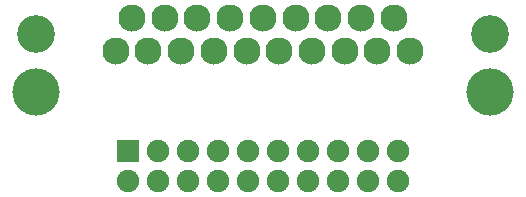
<source format=gbr>
G04 DipTrace 3.3.1.3*
G04 BottomMask.gbr*
%MOIN*%
G04 #@! TF.FileFunction,Soldermask,Bot*
G04 #@! TF.Part,Single*
%ADD22C,0.15748*%
%ADD23C,0.125984*%
%ADD26R,0.074803X0.074803*%
%ADD28C,0.074803*%
%ADD30C,0.090551*%
%FSLAX26Y26*%
G04*
G70*
G90*
G75*
G01*
G04 BotMask*
%LPD*%
D22*
X537814Y839059D3*
X2049664D3*
D30*
X1784467Y976761D3*
X1729940Y1088572D3*
X1675412Y976761D3*
X1620885Y1088572D3*
X1566357Y976761D3*
X1511830Y1088572D3*
X1457302Y976761D3*
X1402774Y1088572D3*
X1348247Y976761D3*
X1293719Y1088572D3*
X1239192Y976761D3*
X1184664Y1088572D3*
X1130137Y976761D3*
X1075609Y1088572D3*
X1021082Y976761D3*
X966554Y1088572D3*
X912026Y976761D3*
X857499Y1088572D3*
X802971Y976761D3*
D23*
X2049625Y1032667D3*
X537814D3*
D28*
X1743719Y643701D3*
Y543701D3*
X1643719Y643701D3*
Y543701D3*
X1543719Y643701D3*
Y543701D3*
X1443719Y643701D3*
Y543701D3*
X1343719Y643701D3*
Y543701D3*
X1243719Y643701D3*
Y543701D3*
X1143719Y643701D3*
Y543701D3*
X1043719Y643701D3*
Y543701D3*
X943719Y643701D3*
Y543701D3*
D26*
X843719Y643701D3*
D28*
Y543701D3*
M02*

</source>
